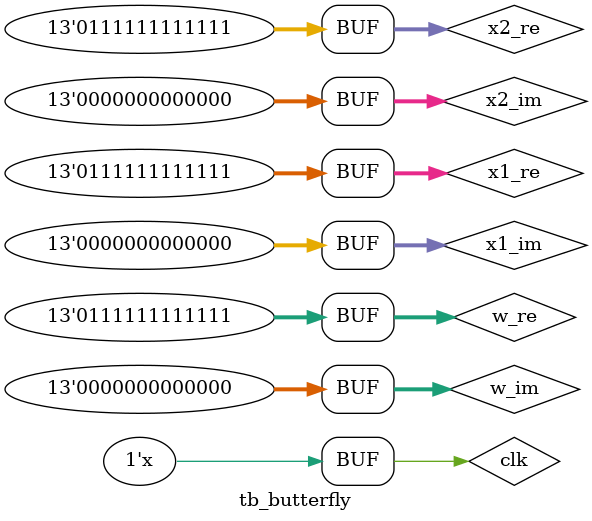
<source format=v>
/********************************************************************/
/*                                                                  */
/* Testbench a butterfly modulhoz (2 pontos FFT).                   */
/*                                                                  */
/********************************************************************/

`timescale 1ns / 1ps

module tb_butterfly;
	/* bemenetek */
	reg clk;
	reg signed [12:0] w_re, w_im, x1_re, x1_im, x2_re, x2_im;

	/* kimenetek */
	wire signed [12:0] y1_re, y1_im, y2_re, y2_im;

	butterfly uut(
		.clk(clk),
		.w_re(w_re),
		.w_im(w_im),
		.x1_re(x1_re),
		.x1_im(x1_im),
		.x2_re(x2_re),
		.x2_im(x2_im),
		.y1_re(y1_re),
		.y1_im(y1_im),
		.y2_re(y2_re),
		.y2_im(y2_im)
	);

	initial begin
		clk=0;
		w_re=13'b0111111111111;
		w_im=13'b0000000000000;
		/* x1=0.25 & x2=0.25  -->  y1=0.25 (b0010000000000) & y2=0 (b0000000000000) */
		x1_re=13'b0010000000000;
		x1_im=13'b0000000000000;
		x2_re=13'b0010000000000;
		x2_im=13'b0000000000000;
		#100
		/* x1=0.5 & x2=-0.25  -->  y1=0.125 (b0001000000000) & y2=0.375 (b0011000000000) */
		x1_re=13'b0100000000000;
		x1_im=13'b0000000000000;
		x2_re=13'b1110000000000;
		x2_im=13'b0000000000000;
		#100
		/* x1=1 & x2=1  -->  y1=1 (b0111111111111) & y2=0 (b0000000000000) */
		x1_re=13'b0111111111111;
		x1_im=13'b0000000000000;
		x2_re=13'b0111111111111;
		x2_im=13'b0000000000000;
	end

always #5 clk<=~clk;

endmodule

</source>
